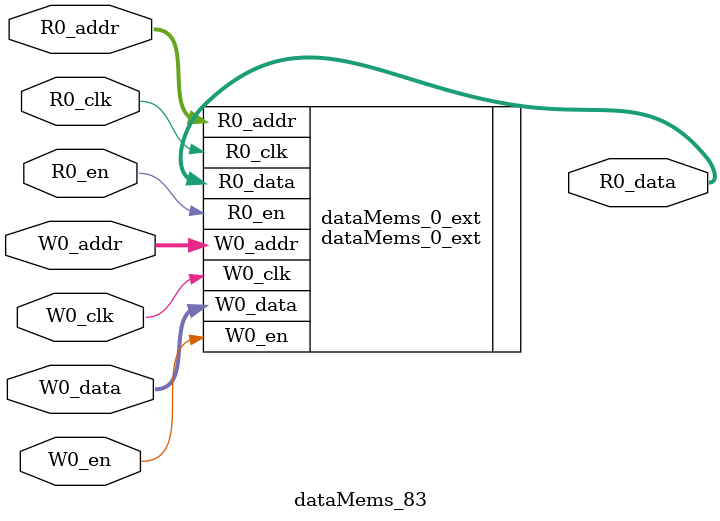
<source format=sv>
`ifndef RANDOMIZE
  `ifdef RANDOMIZE_REG_INIT
    `define RANDOMIZE
  `endif // RANDOMIZE_REG_INIT
`endif // not def RANDOMIZE
`ifndef RANDOMIZE
  `ifdef RANDOMIZE_MEM_INIT
    `define RANDOMIZE
  `endif // RANDOMIZE_MEM_INIT
`endif // not def RANDOMIZE

`ifndef RANDOM
  `define RANDOM $random
`endif // not def RANDOM

// Users can define 'PRINTF_COND' to add an extra gate to prints.
`ifndef PRINTF_COND_
  `ifdef PRINTF_COND
    `define PRINTF_COND_ (`PRINTF_COND)
  `else  // PRINTF_COND
    `define PRINTF_COND_ 1
  `endif // PRINTF_COND
`endif // not def PRINTF_COND_

// Users can define 'ASSERT_VERBOSE_COND' to add an extra gate to assert error printing.
`ifndef ASSERT_VERBOSE_COND_
  `ifdef ASSERT_VERBOSE_COND
    `define ASSERT_VERBOSE_COND_ (`ASSERT_VERBOSE_COND)
  `else  // ASSERT_VERBOSE_COND
    `define ASSERT_VERBOSE_COND_ 1
  `endif // ASSERT_VERBOSE_COND
`endif // not def ASSERT_VERBOSE_COND_

// Users can define 'STOP_COND' to add an extra gate to stop conditions.
`ifndef STOP_COND_
  `ifdef STOP_COND
    `define STOP_COND_ (`STOP_COND)
  `else  // STOP_COND
    `define STOP_COND_ 1
  `endif // STOP_COND
`endif // not def STOP_COND_

// Users can define INIT_RANDOM as general code that gets injected into the
// initializer block for modules with registers.
`ifndef INIT_RANDOM
  `define INIT_RANDOM
`endif // not def INIT_RANDOM

// If using random initialization, you can also define RANDOMIZE_DELAY to
// customize the delay used, otherwise 0.002 is used.
`ifndef RANDOMIZE_DELAY
  `define RANDOMIZE_DELAY 0.002
`endif // not def RANDOMIZE_DELAY

// Define INIT_RANDOM_PROLOG_ for use in our modules below.
`ifndef INIT_RANDOM_PROLOG_
  `ifdef RANDOMIZE
    `ifdef VERILATOR
      `define INIT_RANDOM_PROLOG_ `INIT_RANDOM
    `else  // VERILATOR
      `define INIT_RANDOM_PROLOG_ `INIT_RANDOM #`RANDOMIZE_DELAY begin end
    `endif // VERILATOR
  `else  // RANDOMIZE
    `define INIT_RANDOM_PROLOG_
  `endif // RANDOMIZE
`endif // not def INIT_RANDOM_PROLOG_

// Include register initializers in init blocks unless synthesis is set
`ifndef SYNTHESIS
  `ifndef ENABLE_INITIAL_REG_
    `define ENABLE_INITIAL_REG_
  `endif // not def ENABLE_INITIAL_REG_
`endif // not def SYNTHESIS

// Include rmemory initializers in init blocks unless synthesis is set
`ifndef SYNTHESIS
  `ifndef ENABLE_INITIAL_MEM_
    `define ENABLE_INITIAL_MEM_
  `endif // not def ENABLE_INITIAL_MEM_
`endif // not def SYNTHESIS

module dataMems_83(	// @[generators/ara/src/main/scala/UnsafeAXI4ToTL.scala:365:62]
  input  [4:0]   R0_addr,
  input          R0_en,
  input          R0_clk,
  output [130:0] R0_data,
  input  [4:0]   W0_addr,
  input          W0_en,
  input          W0_clk,
  input  [130:0] W0_data
);

  dataMems_0_ext dataMems_0_ext (	// @[generators/ara/src/main/scala/UnsafeAXI4ToTL.scala:365:62]
    .R0_addr (R0_addr),
    .R0_en   (R0_en),
    .R0_clk  (R0_clk),
    .R0_data (R0_data),
    .W0_addr (W0_addr),
    .W0_en   (W0_en),
    .W0_clk  (W0_clk),
    .W0_data (W0_data)
  );
endmodule


</source>
